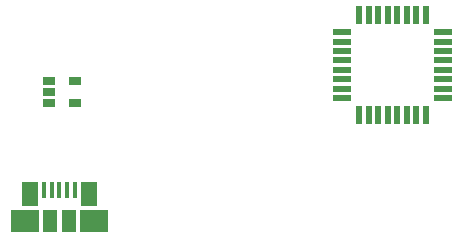
<source format=gbr>
%TF.GenerationSoftware,KiCad,Pcbnew,5.1.6+dfsg1-1~bpo10+1*%
%TF.CreationDate,2020-11-22T17:09:41+10:30*%
%TF.ProjectId,robotcontrol,726f626f-7463-46f6-9e74-726f6c2e6b69,rev?*%
%TF.SameCoordinates,Original*%
%TF.FileFunction,Paste,Top*%
%TF.FilePolarity,Positive*%
%FSLAX46Y46*%
G04 Gerber Fmt 4.6, Leading zero omitted, Abs format (unit mm)*
G04 Created by KiCad (PCBNEW 5.1.6+dfsg1-1~bpo10+1) date 2020-11-22 17:09:41*
%MOMM*%
%LPD*%
G01*
G04 APERTURE LIST*
%ADD10R,1.175000X1.900000*%
%ADD11R,2.375000X1.900000*%
%ADD12R,1.475000X2.100000*%
%ADD13R,0.450000X1.380000*%
%ADD14R,0.550000X1.600000*%
%ADD15R,1.600000X0.550000*%
%ADD16R,1.060000X0.650000*%
G04 APERTURE END LIST*
D10*
%TO.C,J1*%
X116315000Y-165250000D03*
X114635000Y-165250000D03*
D11*
X118385000Y-165250000D03*
X112565000Y-165250000D03*
D12*
X117937500Y-162950000D03*
X113012500Y-162950000D03*
D13*
X116775000Y-162590000D03*
X116125000Y-162590000D03*
X115475000Y-162590000D03*
X114825000Y-162590000D03*
X114175000Y-162590000D03*
%TD*%
D14*
%TO.C,U3*%
X140870800Y-147794000D03*
X141670800Y-147794000D03*
X142470800Y-147794000D03*
X143270800Y-147794000D03*
X144070800Y-147794000D03*
X144870800Y-147794000D03*
X145670800Y-147794000D03*
X146470800Y-147794000D03*
D15*
X147920800Y-149244000D03*
X147920800Y-150044000D03*
X147920800Y-150844000D03*
X147920800Y-151644000D03*
X147920800Y-152444000D03*
X147920800Y-153244000D03*
X147920800Y-154044000D03*
X147920800Y-154844000D03*
D14*
X146470800Y-156294000D03*
X145670800Y-156294000D03*
X144870800Y-156294000D03*
X144070800Y-156294000D03*
X143270800Y-156294000D03*
X142470800Y-156294000D03*
X141670800Y-156294000D03*
X140870800Y-156294000D03*
D15*
X139420800Y-154844000D03*
X139420800Y-154044000D03*
X139420800Y-153244000D03*
X139420800Y-152444000D03*
X139420800Y-151644000D03*
X139420800Y-150844000D03*
X139420800Y-150044000D03*
X139420800Y-149244000D03*
%TD*%
D16*
%TO.C,U1*%
X116780000Y-153380000D03*
X116780000Y-155280000D03*
X114580000Y-155280000D03*
X114580000Y-154330000D03*
X114580000Y-153380000D03*
%TD*%
M02*

</source>
